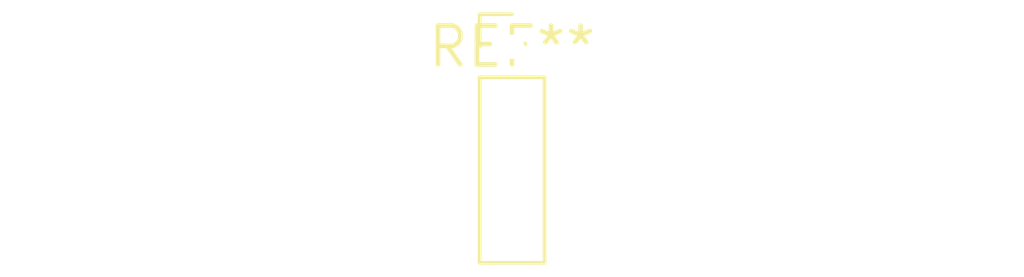
<source format=kicad_pcb>
(kicad_pcb (version 20240108) (generator pcbnew)
  (layers (0 "F.Cu" signal) (31 "B.Cu" signal) (34 "B.Paste" user) (35 "F.Paste" user) (36 "B.SilkS" user "B.Silkscreen") (37 "F.SilkS" user "F.Silkscreen") (38 "B.Mask" user) (39 "F.Mask" user) (44 "Edge.Cuts" user))
  (net 0 "")
  (footprint "PinHeader_1x04_P2.00mm_Vertical" (layer "F.Cu") (at 0 0)
    (property "Reference" "REF**")
    (property "Value" "PinHeader_1x04_P2.00mm_Vertical")
    (fp_line (start -1.06 -1.06) (end 0 -1.06) (layer "F.SilkS") (stroke (width 0.12)))
    (fp_line (start -1.06 0) (end -1.06 -1.06) (layer "F.SilkS") (stroke (width 0.12)))
    (fp_line (start -1.06 1) (end -1.06 7.06) (layer "F.SilkS") (stroke (width 0.12)))
    (fp_line (start -1.06 1) (end 1.06 1) (layer "F.SilkS") (stroke (width 0.12)))
    (fp_line (start -1.06 7.06) (end 1.06 7.06) (layer "F.SilkS") (stroke (width 0.12)))
    (fp_line (start 1.06 1) (end 1.06 7.06) (layer "F.SilkS") (stroke (width 0.12)))
    (pad "1" thru_hole rect (at 0 0) (size 1.35 1.35) (drill 0.8) (layers *.Cu *.Mask) (remove_unused_layers))
    (pad "2" thru_hole oval (at 0 2) (size 1.35 1.35) (drill 0.8) (layers *.Cu *.Mask) (remove_unused_layers))
    (pad "3" thru_hole oval (at 0 4) (size 1.35 1.35) (drill 0.8) (layers *.Cu *.Mask) (remove_unused_layers))
    (pad "4" thru_hole oval (at 0 6) (size 1.35 1.35) (drill 0.8) (layers *.Cu *.Mask) (remove_unused_layers))
  )
)
</source>
